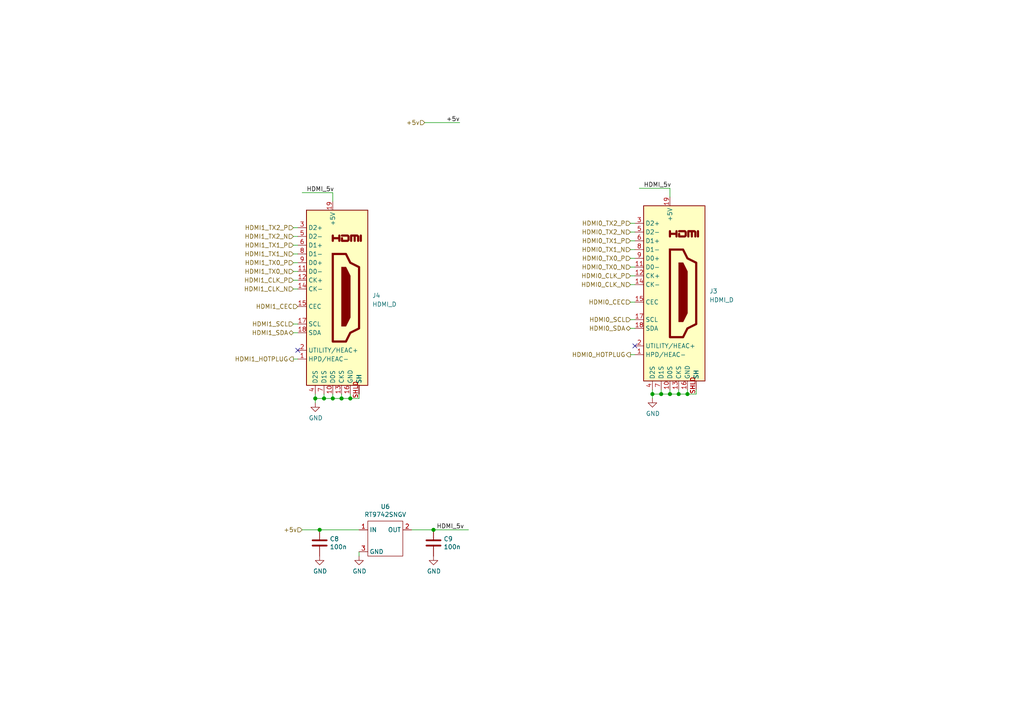
<source format=kicad_sch>
(kicad_sch (version 20210406) (generator eeschema)
  (paper "A4")
  (lib_symbols
    (symbol "CM4IO:HDMI_D"
      (property "Reference" "J" (at -6.35 26.67 0))
      (property "Value" "HDMI_D" (at 10.16 26.67 0))
      (symbol "HDMI_D_0_0"
        (polyline (pts (xy 8.128 16.51) (xy 8.128 18.034)) (stroke (width 0.635)))
        (polyline (pts (xy 0 16.51) (xy 0 18.034) (xy 0 17.272) (xy 1.905 17.272) (xy 1.905 18.034) (xy 1.905 16.51)) (stroke (width 0.635)))
        (polyline (pts (xy 2.667 18.034) (xy 4.318 18.034) (xy 4.572 17.78) (xy 4.572 16.764) (xy 4.318 16.51) (xy 2.667 16.51) (xy 2.667 17.272)) (stroke (width 0.635)))
        (pin passive line (at 7.62 -27.94 90) (length 2.54) (name "SH") (number "SHLD"))
        (pin passive line (at 7.62 -27.94 90) (length 2.54) (name "SH") (number "SHLD"))
        (pin passive line (at 7.62 -27.94 90) (length 2.54) (name "SH") (number "SHLD"))
      )
      (symbol "HDMI_D_0_1"
        (rectangle (start -7.62 25.4) (end 10.16 -25.4) (stroke (width 0.254)) (fill (type background)))
        (polyline (pts (xy 5.334 16.51) (xy 5.334 18.034) (xy 6.35 18.034) (xy 6.35 16.51) (xy 6.35 18.034) (xy 7.112 18.034) (xy 7.366 17.78) (xy 7.366 16.51)) (stroke (width 0.635)))
        (polyline (pts (xy 0 12.7) (xy 0 -12.7) (xy 3.81 -12.7) (xy 5.08 -10.16) (xy 7.62 -8.89) (xy 7.62 8.89) (xy 5.08 10.16) (xy 3.81 12.7) (xy 0 12.7)) (stroke (width 0.635)))
        (polyline (pts (xy 2.54 8.89) (xy 3.81 8.89) (xy 5.08 6.35) (xy 5.08 -5.715) (xy 3.81 -8.255) (xy 2.54 -8.255) (xy 2.54 8.89)) (fill (type outline)))
      )
      (symbol "HDMI_D_1_1"
        (pin passive line (at -10.16 -17.78 0) (length 2.54) (name "HPD/HEAC-") (number "1"))
        (pin power_in line (at 0 -27.94 90) (length 2.54) (name "D0S") (number "10"))
        (pin passive line (at -10.16 7.62 0) (length 2.54) (name "D0-") (number "11"))
        (pin passive line (at -10.16 5.08 0) (length 2.54) (name "CK+") (number "12"))
        (pin power_in line (at 2.54 -27.94 90) (length 2.54) (name "CKS") (number "13"))
        (pin passive line (at -10.16 2.54 0) (length 2.54) (name "CK-") (number "14"))
        (pin bidirectional line (at -10.16 -2.54 0) (length 2.54) (name "CEC") (number "15"))
        (pin power_in line (at 5.08 -27.94 90) (length 2.54) (name "GND") (number "16"))
        (pin passive line (at -10.16 -7.62 0) (length 2.54) (name "SCL") (number "17"))
        (pin bidirectional line (at -10.16 -10.16 0) (length 2.54) (name "SDA") (number "18"))
        (pin power_in line (at 0 27.94 270) (length 2.54) (name "+5V") (number "19"))
        (pin passive line (at -10.16 -15.24 0) (length 2.54) (name "UTILITY/HEAC+") (number "2"))
        (pin passive line (at -10.16 20.32 0) (length 2.54) (name "D2+") (number "3"))
        (pin power_in line (at -5.08 -27.94 90) (length 2.54) (name "D2S") (number "4"))
        (pin passive line (at -10.16 17.78 0) (length 2.54) (name "D2-") (number "5"))
        (pin passive line (at -10.16 15.24 0) (length 2.54) (name "D1+") (number "6"))
        (pin power_in line (at -2.54 -27.94 90) (length 2.54) (name "D1S") (number "7"))
        (pin passive line (at -10.16 12.7 0) (length 2.54) (name "D1-") (number "8"))
        (pin passive line (at -10.16 10.16 0) (length 2.54) (name "D0+") (number "9"))
        (pin passive line (at 7.62 -27.94 90) (length 2.54) (name "SH") (number "SHLD"))
      )
    )
    (symbol "CM4IO:RT9742SNGV"
      (property "Reference" "U" (at -2.54 7.62 0))
      (property "Value" "RT9742SNGV" (at 3.81 -5.08 0))
      (symbol "RT9742SNGV_0_1"
        (rectangle (start -2.54 6.35) (end 7.62 -3.81))
      )
      (symbol "RT9742SNGV_1_1"
        (pin power_in line (at -5.08 3.81 0) (length 2.54) (name "IN") (number "1"))
        (pin power_in line (at 10.16 3.81 180) (length 2.54) (name "OUT") (number "2"))
        (pin power_in line (at -5.08 -2.54 0) (length 2.54) (name "GND") (number "3"))
      )
    )
    (symbol "Device:C" (pin_numbers hide) (pin_names (offset 0.254))
      (property "Reference" "C" (at 0.635 2.54 0))
      (property "Value" "C" (at 0.635 -2.54 0))
      (symbol "C_0_1"
        (polyline (pts (xy -2.032 -0.762) (xy 2.032 -0.762)) (stroke (width 0.508)))
        (polyline (pts (xy -2.032 0.762) (xy 2.032 0.762)) (stroke (width 0.508)))
      )
      (symbol "C_1_1"
        (pin passive line (at 0 3.81 270) (length 2.794) (name "~") (number "1"))
        (pin passive line (at 0 -3.81 90) (length 2.794) (name "~") (number "2"))
      )
    )
    (symbol "power:GND" (power) (pin_names (offset 0))
      (property "Value" "GND" (at 0 -3.81 0))
      (symbol "GND_0_1"
        (polyline (pts (xy 0 0) (xy 0 -1.27) (xy 1.27 -1.27) (xy 0 -2.54) (xy -1.27 -1.27) (xy 0 -1.27)))
      )
      (symbol "GND_1_1"
        (pin power_in line (at 0 0 270) (length 0) hide (name "GND") (number "1"))
      )
    )
  )
  (junction (at 91.44 115.57) (diameter 1.016))
  (junction (at 92.71 153.67) (diameter 1.016))
  (junction (at 93.98 115.57) (diameter 1.016))
  (junction (at 96.52 115.57) (diameter 1.016))
  (junction (at 99.06 115.57) (diameter 1.016))
  (junction (at 101.6 115.57) (diameter 1.016))
  (junction (at 125.73 153.67) (diameter 1.016))
  (junction (at 189.23 114.3) (diameter 1.016))
  (junction (at 191.77 114.3) (diameter 1.016))
  (junction (at 194.31 114.3) (diameter 1.016))
  (junction (at 196.85 114.3) (diameter 1.016))
  (junction (at 199.39 114.3) (diameter 1.016))
  (no_connect (at 86.36 101.6))
  (no_connect (at 184.15 100.33))
  (wire (pts (xy 85.09 66.04) (xy 86.36 66.04)))
  (wire (pts (xy 85.09 68.58) (xy 86.36 68.58)))
  (wire (pts (xy 85.09 71.12) (xy 86.36 71.12)))
  (wire (pts (xy 85.09 73.66) (xy 86.36 73.66)))
  (wire (pts (xy 85.09 76.2) (xy 86.36 76.2)))
  (wire (pts (xy 85.09 78.74) (xy 86.36 78.74)))
  (wire (pts (xy 85.09 81.28) (xy 86.36 81.28)))
  (wire (pts (xy 85.09 83.82) (xy 86.36 83.82)))
  (wire (pts (xy 85.09 93.98) (xy 86.36 93.98)))
  (wire (pts (xy 85.09 96.52) (xy 86.36 96.52)))
  (wire (pts (xy 85.09 104.14) (xy 86.36 104.14)))
  (wire (pts (xy 87.63 55.88) (xy 96.52 55.88)))
  (wire (pts (xy 87.63 153.67) (xy 92.71 153.67)))
  (wire (pts (xy 91.44 114.3) (xy 91.44 115.57)))
  (wire (pts (xy 91.44 115.57) (xy 91.44 116.84)))
  (wire (pts (xy 92.71 153.67) (xy 104.14 153.67)))
  (wire (pts (xy 93.98 114.3) (xy 93.98 115.57)))
  (wire (pts (xy 93.98 115.57) (xy 91.44 115.57)))
  (wire (pts (xy 96.52 55.88) (xy 96.52 58.42)))
  (wire (pts (xy 96.52 114.3) (xy 96.52 115.57)))
  (wire (pts (xy 96.52 115.57) (xy 93.98 115.57)))
  (wire (pts (xy 99.06 114.3) (xy 99.06 115.57)))
  (wire (pts (xy 99.06 115.57) (xy 96.52 115.57)))
  (wire (pts (xy 101.6 114.3) (xy 101.6 115.57)))
  (wire (pts (xy 101.6 115.57) (xy 99.06 115.57)))
  (wire (pts (xy 104.14 114.3) (xy 104.14 115.57)))
  (wire (pts (xy 104.14 115.57) (xy 101.6 115.57)))
  (wire (pts (xy 104.14 160.02) (xy 104.14 161.29)))
  (wire (pts (xy 119.38 153.67) (xy 125.73 153.67)))
  (wire (pts (xy 123.19 35.56) (xy 133.35 35.56)))
  (wire (pts (xy 125.73 153.67) (xy 135.89 153.67)))
  (wire (pts (xy 182.88 64.77) (xy 184.15 64.77)))
  (wire (pts (xy 182.88 67.31) (xy 184.15 67.31)))
  (wire (pts (xy 182.88 69.85) (xy 184.15 69.85)))
  (wire (pts (xy 182.88 72.39) (xy 184.15 72.39)))
  (wire (pts (xy 182.88 74.93) (xy 184.15 74.93)))
  (wire (pts (xy 182.88 77.47) (xy 184.15 77.47)))
  (wire (pts (xy 182.88 80.01) (xy 184.15 80.01)))
  (wire (pts (xy 182.88 82.55) (xy 184.15 82.55)))
  (wire (pts (xy 182.88 87.63) (xy 184.15 87.63)))
  (wire (pts (xy 182.88 92.71) (xy 184.15 92.71)))
  (wire (pts (xy 182.88 95.25) (xy 184.15 95.25)))
  (wire (pts (xy 182.88 102.87) (xy 184.15 102.87)))
  (wire (pts (xy 185.42 54.61) (xy 194.31 54.61)))
  (wire (pts (xy 189.23 113.03) (xy 189.23 114.3)))
  (wire (pts (xy 189.23 114.3) (xy 189.23 115.57)))
  (wire (pts (xy 191.77 113.03) (xy 191.77 114.3)))
  (wire (pts (xy 191.77 114.3) (xy 189.23 114.3)))
  (wire (pts (xy 194.31 54.61) (xy 194.31 57.15)))
  (wire (pts (xy 194.31 113.03) (xy 194.31 114.3)))
  (wire (pts (xy 194.31 114.3) (xy 191.77 114.3)))
  (wire (pts (xy 196.85 113.03) (xy 196.85 114.3)))
  (wire (pts (xy 196.85 114.3) (xy 194.31 114.3)))
  (wire (pts (xy 199.39 113.03) (xy 199.39 114.3)))
  (wire (pts (xy 199.39 114.3) (xy 196.85 114.3)))
  (wire (pts (xy 201.93 113.03) (xy 201.93 114.3)))
  (wire (pts (xy 201.93 114.3) (xy 199.39 114.3)))
  (label "HDMI_5v" (at 88.9 55.88 0))
  (label "+5v" (at 133.35 35.56 180))
  (label "HDMI_5v" (at 134.62 153.67 180))
  (label "HDMI_5v" (at 186.69 54.61 0))
  (hierarchical_label "HDMI1_TX2_P" (shape input) (at 85.09 66.04 180))
  (hierarchical_label "HDMI1_TX2_N" (shape input) (at 85.09 68.58 180))
  (hierarchical_label "HDMI1_TX1_P" (shape input) (at 85.09 71.12 180))
  (hierarchical_label "HDMI1_TX1_N" (shape input) (at 85.09 73.66 180))
  (hierarchical_label "HDMI1_TX0_P" (shape input) (at 85.09 76.2 180))
  (hierarchical_label "HDMI1_TX0_N" (shape input) (at 85.09 78.74 180))
  (hierarchical_label "HDMI1_CLK_P" (shape input) (at 85.09 81.28 180))
  (hierarchical_label "HDMI1_CLK_N" (shape input) (at 85.09 83.82 180))
  (hierarchical_label "HDMI1_SCL" (shape input) (at 85.09 93.98 180))
  (hierarchical_label "HDMI1_SDA" (shape bidirectional) (at 85.09 96.52 180))
  (hierarchical_label "HDMI1_HOTPLUG" (shape output) (at 85.09 104.14 180))
  (hierarchical_label "HDMI1_CEC" (shape input) (at 86.36 88.9 180))
  (hierarchical_label "+5v" (shape input) (at 87.63 153.67 180))
  (hierarchical_label "+5v" (shape input) (at 123.19 35.56 180))
  (hierarchical_label "HDMI0_TX2_P" (shape input) (at 182.88 64.77 180))
  (hierarchical_label "HDMI0_TX2_N" (shape input) (at 182.88 67.31 180))
  (hierarchical_label "HDMI0_TX1_P" (shape input) (at 182.88 69.85 180))
  (hierarchical_label "HDMI0_TX1_N" (shape input) (at 182.88 72.39 180))
  (hierarchical_label "HDMI0_TX0_P" (shape input) (at 182.88 74.93 180))
  (hierarchical_label "HDMI0_TX0_N" (shape input) (at 182.88 77.47 180))
  (hierarchical_label "HDMI0_CLK_P" (shape input) (at 182.88 80.01 180))
  (hierarchical_label "HDMI0_CLK_N" (shape input) (at 182.88 82.55 180))
  (hierarchical_label "HDMI0_CEC" (shape input) (at 182.88 87.63 180))
  (hierarchical_label "HDMI0_SCL" (shape input) (at 182.88 92.71 180))
  (hierarchical_label "HDMI0_SDA" (shape bidirectional) (at 182.88 95.25 180))
  (hierarchical_label "HDMI0_HOTPLUG" (shape output) (at 182.88 102.87 180))
  (symbol (lib_id "power:GND") (at 91.44 116.84 0) (unit 1)
    (property "Reference" "#PWR051" (effects hide))
    (property "Value" "GND" (at 91.567 121.2342 0))
  )
  (symbol (lib_id "power:GND") (at 92.71 161.29 0) (unit 1)
    (property "Reference" "#PWR052" (effects hide))
    (property "Value" "GND" (at 92.837 165.6842 0))
  )
  (symbol (lib_id "power:GND") (at 104.14 161.29 0) (unit 1)
    (property "Reference" "#PWR053" (effects hide))
    (property "Value" "GND" (at 104.267 165.6842 0))
  )
  (symbol (lib_id "power:GND") (at 125.73 161.29 0) (unit 1)
    (property "Reference" "#PWR054" (effects hide))
    (property "Value" "GND" (at 125.857 165.6842 0))
  )
  (symbol (lib_id "power:GND") (at 189.23 115.57 0) (unit 1)
    (property "Reference" "#PWR050" (effects hide))
    (property "Value" "GND" (at 189.357 119.9642 0))
  )
  (symbol (lib_id "Device:C") (at 92.71 157.48 0) (unit 1)
    (property "Reference" "C8" (at 95.631 156.3116 0) (effects (justify left)))
    (property "Value" "100n" (at 95.631 158.623 0) (effects (justify left)))
    (property "Footprint" "Capacitor_SMD:C_0603_1608Metric" (effects hide))
  )
  (symbol (lib_id "Device:C") (at 125.73 157.48 0) (unit 1)
    (property "Reference" "C9" (at 128.651 156.3116 0) (effects (justify left)))
    (property "Value" "100n" (at 128.651 158.623 0) (effects (justify left)))
    (property "Footprint" "Capacitor_SMD:C_0603_1608Metric" (effects hide))
  )
  (symbol (lib_id "CM4IO:RT9742SNGV") (at 109.22 157.48 0) (unit 1)
    (property "Reference" "U6" (at 111.76 146.939 0))
    (property "Value" "RT9742SNGV" (at 111.76 149.2504 0))
    (property "Footprint" "Package_TO_SOT_SMD:SOT-23" (effects hide))
    (property "Datasheet" "https://www.richtek.com/assets/product_file/RT9742/DS9742-09.pdf" (effects hide))
    (property "Field4" "Farnell" (effects hide))
    (property "Field5" "2575555" (effects hide))
    (property "Field6" "RT9742SNGV" (effects hide))
    (property "Field7" "RichTek" (effects hide))
    (property "Part Description" "Power Switch/Driver 1:1 N-Channel 500mA SOT-23-3" (effects hide))
    (property "Field8" "USWI00155" (effects hide))
  )
  (symbol (lib_id "CM4IO:HDMI_D") (at 96.52 86.36 0) (unit 1)
    (property "Reference" "J4" (at 107.95 85.7249 0) (effects (justify left)))
    (property "Value" "HDMI_D" (at 107.95 88.2649 0) (effects (justify left)))
    (property "Footprint" "cm4crypto:HD-RA-DSF12-TR" (effects hide))
    (property "Datasheet" "https://en.wikipedia.org/wiki/HDMI" (effects hide))
  )
  (symbol (lib_id "CM4IO:HDMI_D") (at 194.31 85.09 0) (unit 1)
    (property "Reference" "J3" (at 205.74 84.4549 0) (effects (justify left)))
    (property "Value" "HDMI_D" (at 205.74 86.9949 0) (effects (justify left)))
    (property "Footprint" "cm4crypto:HD-RA-DSF12-TR" (effects hide))
    (property "Datasheet" "https://en.wikipedia.org/wiki/HDMI" (effects hide))
  )
)
</source>
